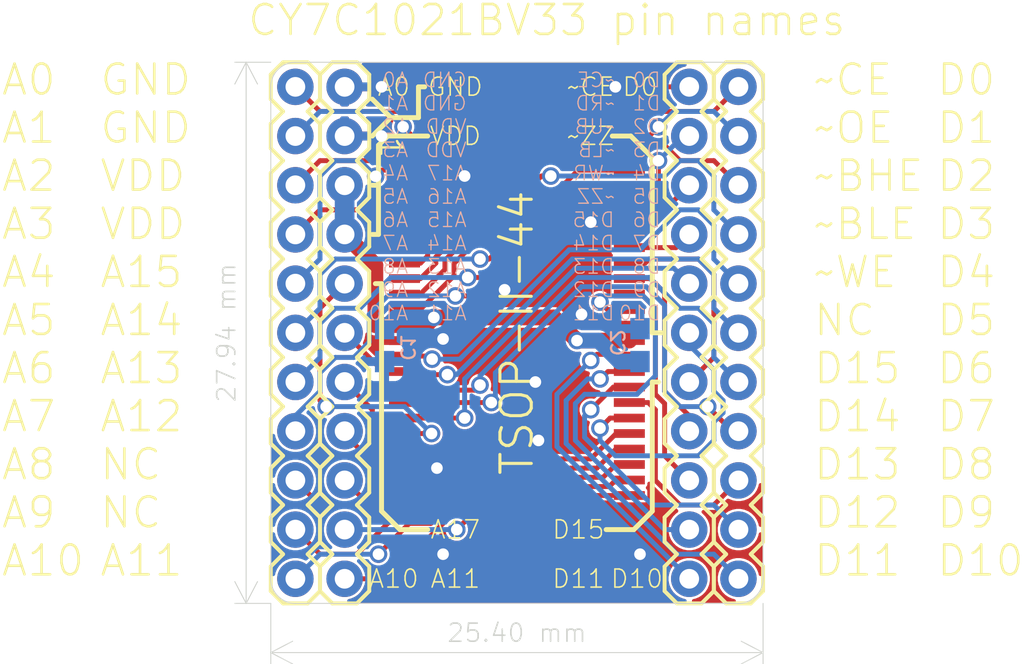
<source format=kicad_pcb>
(kicad_pcb (version 20241229) (generator "pcbnew") (generator_version "9.0")
  (layers (0 "F.Cu" signal) (2 "B.Cu" signal) (13 "F.Paste" user) (15 "B.Paste" user) (5 "F.SilkS" user "F.Silkscreen") (7 "B.SilkS" user "B.Silkscreen") (1 "F.Mask" user) (3 "B.Mask" user) (25 "Edge.Cuts" user))
  (net 0 "")
  (net 1 "GND")
  (net 2 "VDD")
  (net 3 "~{CE}")
  (net 4 "~{UB}")
  (net 5 "~{LB}")
  (net 6 "~{RD}")
  (net 7 "~{WR}")
  (net 8 "~{ZZ}")
  (net 9 "A0")
  (net 10 "A1")
  (net 11 "A2")
  (net 12 "A3")
  (net 13 "A4")
  (net 14 "A5")
  (net 15 "A6")
  (net 16 "A7")
  (net 17 "A8")
  (net 18 "A9")
  (net 19 "A10")
  (net 20 "A11")
  (net 21 "A12")
  (net 22 "A13")
  (net 23 "A14")
  (net 24 "A15")
  (net 25 "A16")
  (net 26 "A17")
  (net 27 "D0")
  (net 28 "D1")
  (net 29 "D2")
  (net 30 "D3")
  (net 31 "D4")
  (net 32 "D5")
  (net 33 "D6")
  (net 34 "D7")
  (net 35 "D8")
  (net 36 "D9")
  (net 37 "D10")
  (net 38 "D11")
  (net 39 "D12")
  (net 40 "D13")
  (net 41 "D14")
  (net 42 "D15")
  (footprint "TSOP-II-44_v3_CY7C1021BV33:1X11" (layer "F.Cu") (at 137.0711 92.3036 -90)
    (property "Reference" "LEFT_OUTER0" (hide yes))
    (property "Value" "")
    (pad "1" thru_hole circle (at 0 0) (size 1.8796 1.8796) (drill 1.016) (layers "*.Cu" "*.Mask") (net 9 "A0"))
    (pad "2" thru_hole circle (at 2.54 0) (size 1.8796 1.8796) (drill 1.016) (layers "*.Cu" "*.Mask") (net 10 "A1"))
    (pad "3" thru_hole circle (at 5.08 0) (size 1.8796 1.8796) (drill 1.016) (layers "*.Cu" "*.Mask") (net 11 "A2"))
    (pad "4" thru_hole circle (at 7.62 0) (size 1.8796 1.8796) (drill 1.016) (layers "*.Cu" "*.Mask") (net 12 "A3"))
    (pad "5" thru_hole circle (at 10.16 0) (size 1.8796 1.8796) (drill 1.016) (layers "*.Cu" "*.Mask") (net 13 "A4"))
    (pad "6" thru_hole circle (at 12.7 0) (size 1.8796 1.8796) (drill 1.016) (layers "*.Cu" "*.Mask") (net 14 "A5"))
    (pad "7" thru_hole circle (at 15.24 0) (size 1.8796 1.8796) (drill 1.016) (layers "*.Cu" "*.Mask") (net 15 "A6"))
    (pad "8" thru_hole circle (at 17.78 0) (size 1.8796 1.8796) (drill 1.016) (layers "*.Cu" "*.Mask") (net 16 "A7"))
    (pad "9" thru_hole circle (at 20.32 0) (size 1.8796 1.8796) (drill 1.016) (layers "*.Cu" "*.Mask") (net 17 "A8"))
    (pad "10" thru_hole circle (at 22.86 0) (size 1.8796 1.8796) (drill 1.016) (layers "*.Cu" "*.Mask") (net 18 "A9"))
    (pad "11" thru_hole circle (at 25.4 0) (size 1.8796 1.8796) (drill 1.016) (layers "*.Cu" "*.Mask") (net 19 "A10"))
  )
  (footprint "TSOP-II-44_v3_CY7C1021BV33:TSOPII-44" (layer "F.Cu") (at 148.5011 105.0036 -90)
    (property "Reference" "TSOP-II-44" (at 0 0 90) (layer "F.SilkS") (effects (font (size 1.61798 1.61798) (thickness 0.16002))))
    (property "Value" "")
    (fp_text user "1" (at -10.2013 7.15 270) (layer "F.SilkS") (effects (font (size 1.143 1.143) (thickness 0.127)) (justify left bottom)))
    (pad "1" smd rect (at -8.4 5.8 270) (size 0.45 1.6) (layers "F.Cu" "F.Mask" "F.Paste") (net 13 "A4"))
    (pad "2" smd rect (at -7.6 5.8 270) (size 0.45 1.6) (layers "F.Cu" "F.Mask" "F.Paste") (net 12 "A3"))
    (pad "3" smd rect (at -6.8 5.8 270) (size 0.45 1.6) (layers "F.Cu" "F.Mask" "F.Paste") (net 11 "A2"))
    (pad "4" smd rect (at -6 5.8 270) (size 0.45 1.6) (layers "F.Cu" "F.Mask" "F.Paste") (net 10 "A1"))
    (pad "5" smd rect (at -5.2 5.8 270) (size 0.45 1.6) (layers "F.Cu" "F.Mask" "F.Paste") (net 9 "A0"))
    (pad "6" smd rect (at -4.4 5.8 270) (size 0.45 1.6) (layers "F.Cu" "F.Mask" "F.Paste") (net 3 "~{CE}"))
    (pad "7" smd rect (at -3.6 5.8 270) (size 0.45 1.6) (layers "F.Cu" "F.Mask" "F.Paste") (net 27 "D0"))
    (pad "8" smd rect (at -2.8 5.8 270) (size 0.45 1.6) (layers "F.Cu" "F.Mask" "F.Paste") (net 28 "D1"))
    (pad "9" smd rect (at -2 5.8 270) (size 0.45 1.6) (layers "F.Cu" "F.Mask" "F.Paste") (net 29 "D2"))
    (pad "10" smd rect (at -1.2 5.8 270) (size 0.45 1.6) (layers "F.Cu" "F.Mask" "F.Paste") (net 30 "D3"))
    (pad "11" smd rect (at -0.4 5.8 270) (size 0.45 1.6) (layers "F.Cu" "F.Mask" "F.Paste") (net 2 "VDD"))
    (pad "12" smd rect (at 0.4 5.8 270) (size 0.45 1.6) (layers "F.Cu" "F.Mask" "F.Paste") (net 1 "GND"))
    (pad "13" smd rect (at 1.2 5.8 270) (size 0.45 1.6) (layers "F.Cu" "F.Mask" "F.Paste") (net 31 "D4"))
    (pad "14" smd rect (at 2 5.8 270) (size 0.45 1.6) (layers "F.Cu" "F.Mask" "F.Paste") (net 32 "D5"))
    (pad "15" smd rect (at 2.8 5.8 270) (size 0.45 1.6) (layers "F.Cu" "F.Mask" "F.Paste") (net 33 "D6"))
    (pad "16" smd rect (at 3.6 5.8 270) (size 0.45 1.6) (layers "F.Cu" "F.Mask" "F.Paste") (net 34 "D7"))
    (pad "17" smd rect (at 4.4 5.8 90) (size 0.45 1.6) (layers "F.Cu" "F.Mask" "F.Paste") (net 7 "~{WR}"))
    (pad "18" smd rect (at 5.2 5.8 90) (size 0.45 1.6) (layers "F.Cu" "F.Mask" "F.Paste") (net 26 "A17"))
    (pad "19" smd rect (at 6 5.8 90) (size 0.45 1.6) (layers "F.Cu" "F.Mask" "F.Paste") (net 25 "A16"))
    (pad "20" smd rect (at 6.8 5.8 90) (size 0.45 1.6) (layers "F.Cu" "F.Mask" "F.Paste") (net 24 "A15"))
    (pad "21" smd rect (at 7.6 5.8 90) (size 0.45 1.6) (layers "F.Cu" "F.Mask" "F.Paste") (net 23 "A14"))
    (pad "22" smd rect (at 8.4 5.8 90) (size 0.45 1.6) (layers "F.Cu" "F.Mask" "F.Paste") (net 22 "A13"))
    (pad "23" smd rect (at 8.4 -5.8 90) (size 0.45 1.6) (layers "F.Cu" "F.Mask" "F.Paste") (net 21 "A12"))
    (pad "24" smd rect (at 7.6 -5.8 90) (size 0.45 1.6) (layers "F.Cu" "F.Mask" "F.Paste") (net 20 "A11"))
    (pad "25" smd rect (at 6.8 -5.8 90) (size 0.45 1.6) (layers "F.Cu" "F.Mask" "F.Paste") (net 19 "A10"))
    (pad "26" smd rect (at 6 -5.8 90) (size 0.45 1.6) (layers "F.Cu" "F.Mask" "F.Paste") (net 18 "A9"))
    (pad "27" smd rect (at 5.2 -5.8 90) (size 0.45 1.6) (layers "F.Cu" "F.Mask" "F.Paste") (net 17 "A8"))
    (pad "28" smd rect (at 4.4 -5.8 90) (size 0.45 1.6) (layers "F.Cu" "F.Mask" "F.Paste") (net 8 "~{ZZ}"))
    (pad "29" smd rect (at 3.6 -5.8 90) (size 0.45 1.6) (layers "F.Cu" "F.Mask" "F.Paste") (net 35 "D8"))
    (pad "30" smd rect (at 2.8 -5.8 90) (size 0.45 1.6) (layers "F.Cu" "F.Mask" "F.Paste") (net 36 "D9"))
    (pad "31" smd rect (at 2 -5.8 90) (size 0.45 1.6) (layers "F.Cu" "F.Mask" "F.Paste") (net 37 "D10"))
    (pad "32" smd rect (at 1.2 -5.8 90) (size 0.45 1.6) (layers "F.Cu" "F.Mask" "F.Paste") (net 38 "D11"))
    (pad "33" smd rect (at 0.4 -5.8 90) (size 0.45 1.6) (layers "F.Cu" "F.Mask" "F.Paste") (net 2 "VDD"))
    (pad "34" smd rect (at -0.4 -5.8 90) (size 0.45 1.6) (layers "F.Cu" "F.Mask" "F.Paste") (net 1 "GND"))
    (pad "35" smd rect (at -1.2 -5.8 90) (size 0.45 1.6) (layers "F.Cu" "F.Mask" "F.Paste") (net 39 "D12"))
    (pad "36" smd rect (at -2 -5.8 90) (size 0.45 1.6) (layers "F.Cu" "F.Mask" "F.Paste") (net 40 "D13"))
    (pad "37" smd rect (at -2.8 -5.8 90) (size 0.45 1.6) (layers "F.Cu" "F.Mask" "F.Paste") (net 41 "D14"))
    (pad "38" smd rect (at -3.6 -5.8 90) (size 0.45 1.6) (layers "F.Cu" "F.Mask" "F.Paste") (net 42 "D15"))
    (pad "39" smd rect (at -4.4 -5.8 270) (size 0.45 1.6) (layers "F.Cu" "F.Mask" "F.Paste") (net 5 "~{LB}"))
    (pad "40" smd rect (at -5.2 -5.8 270) (size 0.45 1.6) (layers "F.Cu" "F.Mask" "F.Paste") (net 4 "~{UB}"))
    (pad "41" smd rect (at -6 -5.8 270) (size 0.45 1.6) (layers "F.Cu" "F.Mask" "F.Paste") (net 6 "~{RD}"))
    (pad "42" smd rect (at -6.8 -5.8 270) (size 0.45 1.6) (layers "F.Cu" "F.Mask" "F.Paste") (net 16 "A7"))
    (pad "43" smd rect (at -7.6 -5.8 270) (size 0.45 1.6) (layers "F.Cu" "F.Mask" "F.Paste") (net 15 "A6"))
    (pad "44" smd rect (at -8.4 -5.8 270) (size 0.45 1.6) (layers "F.Cu" "F.Mask" "F.Paste") (net 14 "A5"))
  )
  (footprint "TSOP-II-44_v3_CY7C1021BV33:1X11" (layer "F.Cu") (at 157.3911 117.7036 90)
    (property "Reference" "RIGHT_INNER0" (hide yes))
    (property "Value" "")
    (pad "1" thru_hole circle (at 0 0 180) (size 1.8796 1.8796) (drill 1.016) (layers "*.Cu" "*.Mask") (net 38 "D11"))
    (pad "2" thru_hole circle (at 2.54 0 180) (size 1.8796 1.8796) (drill 1.016) (layers "*.Cu" "*.Mask") (net 39 "D12"))
    (pad "3" thru_hole circle (at 5.08 0 180) (size 1.8796 1.8796) (drill 1.016) (layers "*.Cu" "*.Mask") (net 40 "D13"))
    (pad "4" thru_hole circle (at 7.62 0 180) (size 1.8796 1.8796) (drill 1.016) (layers "*.Cu" "*.Mask") (net 41 "D14"))
    (pad "5" thru_hole circle (at 10.16 0 180) (size 1.8796 1.8796) (drill 1.016) (layers "*.Cu" "*.Mask") (net 42 "D15"))
    (pad "6" thru_hole circle (at 12.7 0 180) (size 1.8796 1.8796) (drill 1.016) (layers "*.Cu" "*.Mask") (net 8 "~{ZZ}"))
    (pad "7" thru_hole circle (at 15.24 0 180) (size 1.8796 1.8796) (drill 1.016) (layers "*.Cu" "*.Mask") (net 7 "~{WR}"))
    (pad "8" thru_hole circle (at 17.78 0 180) (size 1.8796 1.8796) (drill 1.016) (layers "*.Cu" "*.Mask") (net 5 "~{LB}"))
    (pad "9" thru_hole circle (at 20.32 0 180) (size 1.8796 1.8796) (drill 1.016) (layers "*.Cu" "*.Mask") (net 4 "~{UB}"))
    (pad "10" thru_hole circle (at 22.86 0 180) (size 1.8796 1.8796) (drill 1.016) (layers "*.Cu" "*.Mask") (net 6 "~{RD}"))
    (pad "11" thru_hole circle (at 25.4 0 180) (size 1.8796 1.8796) (drill 1.016) (layers "*.Cu" "*.Mask") (net 3 "~{CE}"))
  )
  (footprint "TSOP-II-44_v3_CY7C1021BV33:1X11" (layer "F.Cu") (at 159.9311 117.7036 90)
    (property "Reference" "RIGHT_OUTER0" (hide yes))
    (property "Value" "")
    (pad "1" thru_hole circle (at 0 0 180) (size 1.8796 1.8796) (drill 1.016) (layers "*.Cu" "*.Mask") (net 37 "D10"))
    (pad "2" thru_hole circle (at 2.54 0 180) (size 1.8796 1.8796) (drill 1.016) (layers "*.Cu" "*.Mask") (net 36 "D9"))
    (pad "3" thru_hole circle (at 5.08 0 180) (size 1.8796 1.8796) (drill 1.016) (layers "*.Cu" "*.Mask") (net 35 "D8"))
    (pad "4" thru_hole circle (at 7.62 0 180) (size 1.8796 1.8796) (drill 1.016) (layers "*.Cu" "*.Mask") (net 34 "D7"))
    (pad "5" thru_hole circle (at 10.16 0 180) (size 1.8796 1.8796) (drill 1.016) (layers "*.Cu" "*.Mask") (net 33 "D6"))
    (pad "6" thru_hole circle (at 12.7 0 180) (size 1.8796 1.8796) (drill 1.016) (layers "*.Cu" "*.Mask") (net 32 "D5"))
    (pad "7" thru_hole circle (at 15.24 0 180) (size 1.8796 1.8796) (drill 1.016) (layers "*.Cu" "*.Mask") (net 31 "D4"))
    (pad "8" thru_hole circle (at 17.78 0 180) (size 1.8796 1.8796) (drill 1.016) (layers "*.Cu" "*.Mask") (net 30 "D3"))
    (pad "9" thru_hole circle (at 20.32 0 180) (size 1.8796 1.8796) (drill 1.016) (layers "*.Cu" "*.Mask") (net 29 "D2"))
    (pad "10" thru_hole circle (at 22.86 0 180) (size 1.8796 1.8796) (drill 1.016) (layers "*.Cu" "*.Mask") (net 28 "D1"))
    (pad "11" thru_hole circle (at 25.4 0 180) (size 1.8796 1.8796) (drill 1.016) (layers "*.Cu" "*.Mask") (net 27 "D0"))
  )
  (footprint "TSOP-II-44_v3_CY7C1021BV33:1X11" (layer "F.Cu") (at 139.6111 92.3036 -90)
    (property "Reference" "LEFT_INNER0" (hide yes))
    (property "Value" "")
    (pad "1" thru_hole circle (at 0 0) (size 1.8796 1.8796) (drill 1.016) (layers "*.Cu" "*.Mask") (net 1 "GND"))
    (pad "2" thru_hole circle (at 2.54 0) (size 1.8796 1.8796) (drill 1.016) (layers "*.Cu" "*.Mask") (net 1 "GND"))
    (pad "3" thru_hole circle (at 5.08 0) (size 1.8796 1.8796) (drill 1.016) (layers "*.Cu" "*.Mask") (net 2 "VDD"))
    (pad "4" thru_hole circle (at 7.62 0) (size 1.8796 1.8796) (drill 1.016) (layers "*.Cu" "*.Mask") (net 2 "VDD"))
    (pad "5" thru_hole circle (at 10.16 0) (size 1.8796 1.8796) (drill 1.016) (layers "*.Cu" "*.Mask") (net 26 "A17"))
    (pad "6" thru_hole circle (at 12.7 0) (size 1.8796 1.8796) (drill 1.016) (layers "*.Cu" "*.Mask") (net 25 "A16"))
    (pad "7" thru_hole circle (at 15.24 0) (size 1.8796 1.8796) (drill 1.016) (layers "*.Cu" "*.Mask") (net 24 "A15"))
    (pad "8" thru_hole circle (at 17.78 0) (size 1.8796 1.8796) (drill 1.016) (layers "*.Cu" "*.Mask") (net 23 "A14"))
    (pad "9" thru_hole circle (at 20.32 0) (size 1.8796 1.8796) (drill 1.016) (layers "*.Cu" "*.Mask") (net 22 "A13"))
    (pad "10" thru_hole circle (at 22.86 0) (size 1.8796 1.8796) (drill 1.016) (layers "*.Cu" "*.Mask") (net 21 "A12"))
    (pad "11" thru_hole circle (at 25.4 0) (size 1.8796 1.8796) (drill 1.016) (layers "*.Cu" "*.Mask") (net 20 "A11"))
  )
  (footprint "TSOP-II-44_v3_CY7C1021BV33:C603" (layer "B.Cu") (at 141.67485 105.6386 -90)
    (property "Reference" "C1" (at -0.635 -1.5875 -90) (layer "B.SilkS") (effects (font (size 0.6985 0.6985) (thickness 0.1143)) (justify right top mirror)))
    (property "Value" "")
    (pad "1" smd rect (at -0.85 0 270) (size 1.1 1) (layers "B.Cu" "B.Mask" "B.Paste") (net 2 "VDD"))
    (pad "2" smd rect (at 0.85 0 270) (size 1.1 1) (layers "B.Cu" "B.Mask" "B.Paste") (net 1 "GND"))
  )
  (footprint "TSOP-II-44_v3_CY7C1021BV33:C603" (layer "B.Cu") (at 154.8511 105.6386 90)
    (property "Reference" "C2" (at -0.635 -1.5875 -90) (layer "B.SilkS") (effects (font (size 0.6985 0.6985) (thickness 0.1143)) (justify left bottom mirror)))
    (property "Value" "")
    (pad "1" smd rect (at -0.85 0 90) (size 1.1 1) (layers "B.Cu" "B.Mask" "B.Paste") (net 2 "VDD"))
    (pad "2" smd rect (at 0.85 0 90) (size 1.1 1) (layers "B.Cu" "B.Mask" "B.Paste") (net 1 "GND"))
  )
  (gr_line (start 154.37485 94.8436) (end 153.42235 94.8436) (stroke (width 0.254)) (layer "F.SilkS"))
  (gr_line (start 141.35735 97.3836) (end 141.35735 95.31985) (stroke (width 0.254)) (layer "F.SilkS"))
  (gr_line (start 154.5336 115.1636) (end 155.4861 114.2111) (stroke (width 0.254)) (layer "F.SilkS"))
  (gr_line (start 141.03985 97.3836) (end 141.35735 97.3836) (stroke (width 0.254)) (layer "F.SilkS"))
  (gr_line (start 155.4861 114.2111) (end 155.4861 107.5436) (stroke (width 0.254)) (layer "F.SilkS"))
  (gr_line (start 141.03985 94.8436) (end 141.99235 93.8911) (stroke (width 0.254)) (layer "F.SilkS"))
  (gr_line (start 141.99235 93.8911) (end 143.4211 93.8911) (stroke (width 0.254)) (layer "F.SilkS"))
  (gr_line (start 141.03985 92.9386) (end 141.99235 93.8911) (stroke (width 0.254)) (layer "F.SilkS"))
  (gr_line (start 141.5161 114.2111) (end 141.5161 102.4636) (stroke (width 0.254)) (layer "F.SilkS"))
  (gr_line (start 143.4211 93.8911) (end 143.4211 92.3036) (stroke (width 0.254)) (layer "F.SilkS"))
  (gr_line (start 155.96235 105.0036) (end 155.4861 105.0036) (stroke (width 0.254)) (layer "F.SilkS"))
  (gr_line (start 142.4686 115.1636) (end 141.5161 114.2111) (stroke (width 0.254)) (layer "F.SilkS"))
  (gr_line (start 155.4861 105.0036) (end 155.4861 95.95485) (stroke (width 0.254)) (layer "F.SilkS"))
  (gr_line (start 141.5161 102.4636) (end 141.1986 102.4636) (stroke (width 0.254)) (layer "F.SilkS"))
  (gr_line (start 141.35735 95.31985) (end 141.8336 94.8436) (stroke (width 0.254)) (layer "F.SilkS"))
  (gr_line (start 141.35735 99.9236) (end 141.35735 97.3836) (stroke (width 0.254)) (layer "F.SilkS"))
  (gr_line (start 141.8336 94.8436) (end 143.89735 94.8436) (stroke (width 0.254)) (layer "F.SilkS"))
  (gr_line (start 141.03985 99.9236) (end 141.35735 99.9236) (stroke (width 0.254)) (layer "F.SilkS"))
  (gr_line (start 153.10485 115.1636) (end 154.5336 115.1636) (stroke (width 0.254)) (layer "F.SilkS"))
  (gr_line (start 155.4861 107.5436) (end 155.8036 107.5436) (stroke (width 0.254)) (layer "F.SilkS"))
  (gr_line (start 143.4211 92.3036) (end 143.7386 92.3036) (stroke (width 0.254)) (layer "F.SilkS"))
  (gr_line (start 143.89735 115.1636) (end 142.4686 115.1636) (stroke (width 0.254)) (layer "F.SilkS"))
  (gr_line (start 155.4861 95.95485) (end 154.37485 94.8436) (stroke (width 0.254)) (layer "F.SilkS"))
  (gr_arc (start 137.0711 118.9736) (mid 136.173074 118.601626) (end 135.8011 117.7036) (stroke (width 0.05)) (layer "Edge.Cuts"))
  (gr_line (start 159.9311 91.0336) (end 137.0711 91.0336) (stroke (width 0.05)) (layer "Edge.Cuts"))
  (gr_line (start 137.0711 118.9736) (end 159.9311 118.9736) (stroke (width 0.05)) (layer "Edge.Cuts"))
  (gr_line (start 135.8011 92.3036) (end 135.8011 117.7036) (stroke (width 0.05)) (layer "Edge.Cuts"))
  (gr_arc (start 159.9311 91.0336) (mid 160.829126 91.405574) (end 161.2011 92.3036) (stroke (width 0.05)) (layer "Edge.Cuts"))
  (gr_arc (start 161.2011 117.7036) (mid 160.829126 118.601626) (end 159.9311 118.9736) (stroke (width 0.05)) (layer "Edge.Cuts"))
  (gr_line (start 161.2011 117.7036) (end 161.2011 92.3036) (stroke (width 0.05)) (layer "Edge.Cuts"))
  (gr_arc (start 135.8011 92.3036) (mid 136.173074 91.405574) (end 137.0711 91.0336) (stroke (width 0.05)) (layer "Edge.Cuts"))
  (gr_text "~CE" (at 152.3111 92.3036 0) (layer "F.SilkS") (effects (font (size 0.93472 0.93472) (thickness 0.08128))))
  (gr_text "A0" (at 142.1511 92.3036 0) (layer "F.SilkS") (effects (font (size 0.93472 0.93472) (thickness 0.08128))))
  (gr_text "~CE\n~OE\n~BHE\n~BLE\n~WE\nNC\nD15\nD14\nD13\nD12\nD11" (at 163.7411 91.0336 0) (layer "F.SilkS") (effects (font (size 1.542288 1.542288) (thickness 0.134112)) (justify left top)))
  (gr_text "GND\nGND\nVDD\nVDD\nA15\nA14\nA13\nA12\nNC\nNC\nA11" (at 126.9111 91.0336 0) (layer "F.SilkS") (effects (font (size 1.542288 1.542288) (thickness 0.134112)) (justify left top)))
  (gr_text "D11" (at 151.6761 117.7036 0) (layer "F.SilkS") (effects (font (size 0.93472 0.93472) (thickness 0.08128))))
  (gr_text "~ZZ" (at 152.3111 94.8436 0) (layer "F.SilkS") (effects (font (size 0.93472 0.93472) (thickness 0.08128))))
  (gr_text "VDD" (at 145.3261 94.8436 0) (layer "F.SilkS") (effects (font (size 0.93472 0.93472) (thickness 0.08128))))
  (gr_text "D0" (at 154.8511 92.3036 0) (layer "F.SilkS") (effects (font (size 0.93472 0.93472) (thickness 0.08128))))
  (gr_text "D15" (at 151.6761 115.1636 0) (layer "F.SilkS") (effects (font (size 0.93472 0.93472) (thickness 0.08128))))
  (gr_text "A10" (at 142.1511 117.7036 0) (layer "F.SilkS") (effects (font (size 0.93472 0.93472) (thickness 0.08128))))
  (gr_text "CY7C1021BV33 pin names" (at 134.5311 89.7636 0) (layer "F.SilkS") (effects (font (size 1.542288 1.542288) (thickness 0.134112)) (justify left bottom)))
  (gr_text "A0\nA1\nA2\nA3\nA4\nA5\nA6\nA7\nA8\nA9\nA10" (at 121.8311 91.0336 0) (layer "F.SilkS") (effects (font (size 1.542288 1.542288) (thickness 0.134112)) (justify left top)))
  (gr_text "D0\nD1\nD2\nD3\nD4\nD5\nD6\nD7\nD8\nD9\nD10" (at 170.0911 91.0336 0) (layer "F.SilkS") (effects (font (size 1.542288 1.542288) (thickness 0.134112)) (justify left top)))
  (gr_text "GND" (at 145.3261 92.3036 0) (layer "F.SilkS") (effects (font (size 0.93472 0.93472) (thickness 0.08128))))
  (gr_text "A11" (at 145.3261 117.7036 0) (layer "F.SilkS") (effects (font (size 0.93472 0.93472) (thickness 0.08128))))
  (gr_text "A17" (at 145.3261 115.1636 0) (layer "F.SilkS") (effects (font (size 0.93472 0.93472) (thickness 0.08128))))
  (gr_text "D10" (at 154.69235 117.7036 0) (layer "F.SilkS") (effects (font (size 0.93472 0.93472) (thickness 0.08128))))
  (gr_text "GND\nGND\nVDD\nVDD\nA17\nA16\nA15\nA14\nA13\nA12\nA11" (at 145.9611 91.50985 -0) (layer "B.SilkS") (effects (font (size 0.747776 0.747776) (thickness 0.065024)) (justify left top mirror)))
  (gr_text "A0\nA1\nA2\nA3\nA4\nA5\nA6\nA7\nA8\nA9\nA10" (at 142.94485 91.50985 -0) (layer "B.SilkS") (effects (font (size 0.747776 0.747776) (thickness 0.065024)) (justify left top mirror)))
  (gr_text "D0\nD1\nD2\nD3\nD4\nD5\nD6\nD7\nD8\nD9\nD10" (at 155.96235 91.50985 -0) (layer "B.SilkS") (effects (font (size 0.747776 0.747776) (thickness 0.065024)) (justify left top mirror)))
  (gr_text "~CE\n~RD\n~UB\n~LB\n~WR\n~ZZ\nD15\nD14\nD13\nD12\nD11" (at 153.5811 91.50985 -0) (layer "B.SilkS") (effects (font (size 0.747776 0.747776) (thickness 0.065024)) (justify left top mirror)))
  (dimension (type aligned) (layer "Edge.Cuts") (pts (xy 135.8011 118.9736) (xy 135.8011 91.0336)) (height -1.27) (format (prefix "") (suffix "") (units 2) (units_format 1) (precision 2)) (style (thickness 0.05) (arrow_length 1.27) (text_position_mode 0) (arrow_direction outward) (extension_height 0.58642) (extension_offset 0) (keep_text_aligned yes)) (gr_text "27.94 mm" (at 133.5151 105.0036 90) (layer "Edge.Cuts") (effects (font (size 0.93472 0.93472) (thickness 0.08128)))))
  (dimension (type aligned) (layer "Edge.Cuts") (pts (xy 135.8011 118.9736) (xy 161.2011 118.9736)) (height 2.54) (format (prefix "") (suffix "") (units 2) (units_format 1) (precision 2)) (style (thickness 0.05) (arrow_length 1.27) (text_position_mode 0) (arrow_direction outward) (extension_height 0.58642) (extension_offset 0) (keep_text_aligned yes)) (gr_text "25.40 mm" (at 148.5011 120.4976 0) (layer "Edge.Cuts") (effects (font (size 0.93472 0.93472) (thickness 0.08128)))))
  (via (at 154.8511 116.4336) (size 0.9048) (drill 0.6) (layers "F.Cu" "B.Cu") (net 1))
  (via (at 149.61235 110.55985) (size 0.9048) (drill 0.6) (layers "F.Cu" "B.Cu") (net 1))
  (via (at 145.80235 96.90735) (size 0.9048) (drill 0.6) (layers "F.Cu" "B.Cu") (net 1))
  (via (at 153.5811 92.3036) (size 0.9048) (drill 0.6) (layers "F.Cu" "B.Cu") (net 1))
  (via (at 149.4536 107.5436) (size 0.9048) (drill 0.6) (layers "F.Cu" "B.Cu") (net 1))
  (via (at 152.3111 99.2886) (size 0.9048) (drill 0.6) (layers "F.Cu" "B.Cu") (net 1))
  (via (at 147.8661 102.7811) (size 0.9048) (drill 0.6) (layers "F.Cu" "B.Cu") (net 1))
  (via (at 141.5161 92.3036) (size 0.9048) (drill 0.6) (layers "F.Cu" "B.Cu") (net 1))
  (via (at 144.3736 111.9886) (size 0.9048) (drill 0.6) (layers "F.Cu" "B.Cu") (net 1))
  (via (at 141.5161 94.8436) (size 0.9048) (drill 0.6) (layers "F.Cu" "B.Cu") (net 1))
  (via (at 144.6911 105.3211) (size 0.9048) (drill 0.6) (layers "F.Cu" "B.Cu") (net 1))
  (via (at 151.83485 104.0511) (size 0.9048) (drill 0.6) (layers "F.Cu" "B.Cu") (net 1))
  (via (at 144.6911 116.4336) (size 0.9048) (drill 0.6) (layers "F.Cu" "B.Cu") (net 1))
  (segment (start 143.8211 104.6036) (end 144.21485 104.20985) (width 0.8128) (layer "F.Cu") (net 2))
  (segment (start 144.21485 104.20985) (end 150.4061 104.20985) (width 0.8128) (layer "F.Cu") (net 2))
  (segment (start 142.7011 104.6036) (end 143.8211 104.6036) (width 0.8128) (layer "F.Cu") (net 2))
  (segment (start 141.1986 104.6036) (end 141.1986 101.5111) (width 0.8128) (layer "F.Cu") (net 2))
  (segment (start 141.1986 104.6036) (end 142.7011 104.6036) (width 0.8128) (layer "F.Cu") (net 2))
  (segment (start 150.4061 104.20985) (end 151.59985 105.4036) (width 0.8128) (layer "F.Cu") (net 2))
  (segment (start 141.1986 101.5111) (end 139.6111 99.9236) (width 0.8128) (layer "F.Cu") (net 2))
  (segment (start 154.3011 105.4036) (end 151.59985 105.4036) (width 0.8128) (layer "F.Cu") (net 2))
  (via (at 151.59985 105.4036) (size 0.9048) (drill 0.6) (layers "F.Cu" "B.Cu") (net 2))
  (via (at 144.21485 104.20985) (size 0.9048) (drill 0.6) (layers "F.Cu" "B.Cu") (net 2))
  (segment (start 153.7961 106.4886) (end 152.7111 105.4036) (width 0.8128) (layer "B.Cu") (net 2))
  (segment (start 154.8511 106.4886) (end 153.7961 106.4886) (width 0.8128) (layer "B.Cu") (net 2))
  (segment (start 141.67485 104.7886) (end 142.2536 104.20985) (width 0.8128) (layer "B.Cu") (net 2))
  (segment (start 142.2536 104.20985) (end 144.21485 104.20985) (width 0.8128) (layer "B.Cu") (net 2))
  (segment (start 152.7111 105.4036) (end 151.59985 105.4036) (width 0.8128) (layer "B.Cu") (net 2))
  (segment (start 139.6111 97.3836) (end 139.6111 99.9236) (width 1.016) (layer "B.Cu") (net 2))
  (segment (start 143.53485 100.6036) (end 150.24735 93.8911) (width 0.254) (layer "F.Cu") (net 3))
  (segment (start 156.1211 92.3036) (end 157.3911 92.3036) (width 0.254) (layer "F.Cu") (net 3))
  (segment (start 154.5336 93.8911) (end 156.1211 92.3036) (width 0.254) (layer "F.Cu") (net 3))
  (segment (start 142.7011 100.6036) (end 143.53485 100.6036) (width 0.254) (layer "F.Cu") (net 3))
  (segment (start 150.24735 93.8911) (end 154.5336 93.8911) (width 0.254) (layer "F.Cu") (net 3))
  (segment (start 154.9711 99.8036) (end 157.3911 97.3836) (width 0.254) (layer "F.Cu") (net 4))
  (segment (start 154.3011 99.8036) (end 154.9711 99.8036) (width 0.254) (layer "F.Cu") (net 4))
  (segment (start 154.3011 100.6036) (end 156.7111 100.6036) (width 0.254) (layer "F.Cu") (net 5))
  (segment (start 156.7111 100.6036) (end 157.3911 99.9236) (width 0.254) (layer "F.Cu") (net 5))
  (segment (start 154.3011 99.0036) (end 155.1361 99.0036) (width 0.254) (layer "F.Cu") (net 6))
  (segment (start 155.8036 98.3361) (end 155.8036 96.1136) (width 0.254) (layer "F.Cu") (net 6))
  (segment (start 155.1361 99.0036) (end 155.8036 98.3361) (width 0.254) (layer "F.Cu") (net 6))
  (via (at 155.8036 96.1136) (size 0.9048) (drill 0.6) (layers "F.Cu" "B.Cu") (net 6))
  (segment (start 157.0736 94.8436) (end 157.3911 94.8436) (width 0.254) (layer "B.Cu") (net 6))
  (segment (start 155.8036 96.1136) (end 157.0736 94.8436) (width 0.254) (layer "B.Cu") (net 6))
  (segment (start 145.80235 109.4036) (end 142.7011 109.4036) (width 0.254) (layer "F.Cu") (net 7))
  (via (at 145.80235 109.4036) (size 0.9048) (drill 0.6) (layers "F.Cu" "B.Cu") (net 7))
  (segment (start 156.59735 101.66985) (end 157.3911 102.4636) (width 0.254) (layer "B.Cu") (net 7))
  (segment (start 151.51735 101.66985) (end 145.80235 107.38485) (width 0.254) (layer "B.Cu") (net 7))
  (segment (start 151.51735 101.66985) (end 156.59735 101.66985) (width 0.254) (layer "B.Cu") (net 7))
  (segment (start 145.80235 107.38485) (end 145.80235 109.4036) (width 0.254) (layer "B.Cu") (net 7))
  (segment (start 154.3011 109.4036) (end 153.3086 109.4036) (width 0.254) (layer "F.Cu") (net 8))
  (segment (start 153.3086 109.4036) (end 152.78735 109.92485) (width 0.254) (layer "F.Cu") (net 8))
  (via (at 152.78735 109.92485) (size 0.9048) (drill 0.6) (layers "F.Cu" "B.Cu") (net 8))
  (segment (start 159.13735 108.4961) (end 159.13735 109.1311) (width 0.254) (layer "B.Cu") (net 8))
  (segment (start 152.78735 110.55985) (end 152.78735 109.92485) (width 0.254) (layer "B.Cu") (net 8))
  (segment (start 158.6611 106.9086) (end 158.6611 108.01985) (width 0.254) (layer "B.Cu") (net 8))
  (segment (start 158.6611 109.60735) (end 158.6611 110.55985) (width 0.254) (layer "B.Cu") (net 8))
  (segment (start 157.86735 111.3536) (end 153.5811 111.3536) (width 0.254) (layer "B.Cu") (net 8))
  (segment (start 153.5811 111.3536) (end 152.78735 110.55985) (width 0.254) (layer "B.Cu") (net 8))
  (segment (start 157.3911 105.0036) (end 157.3911 105.6386) (width 0.254) (layer "B.Cu") (net 8))
  (segment (start 158.6611 108.01985) (end 159.13735 108.4961) (width 0.254) (layer "B.Cu") (net 8))
  (segment (start 157.3911 105.6386) (end 158.6611 106.9086) (width 0.254) (layer "B.Cu") (net 8))
  (segment (start 158.6611 110.55985) (end 157.86735 111.3536) (width 0.254) (layer "B.Cu") (net 8))
  (segment (start 159.13735 109.1311) (end 158.6611 109.60735) (width 0.254) (layer "B.Cu") (net 8))
  (segment (start 138.3411 93.5736) (end 137.0711 92.3036) (width 0.254) (layer "F.Cu") (net 9))
  (segment (start 142.94485 93.5736) (end 138.3411 93.5736) (width 0.254) (layer "F.Cu") (net 9))
  (segment (start 144.84985 95.4786) (end 144.84985 98.49485) (width 0.254) (layer "F.Cu") (net 9))
  (segment (start 143.5411 99.8036) (end 144.84985 98.49485) (width 0.254) (layer "F.Cu") (net 9))
  (segment (start 142.7011 99.8036) (end 143.5411 99.8036) (width 0.254) (layer "F.Cu") (net 9))
  (segment (start 142.94485 93.5736) (end 144.84985 95.4786) (width 0.254) (layer "F.Cu") (net 9))
  (segment (start 143.7061 99.0036) (end 144.3736 98.3361) (width 0.254) (layer "F.Cu") (net 10))
  (segment (start 142.7011 99.0036) (end 143.7061 99.0036) (width 0.254) (layer "F.Cu") (net 10))
  (segment (start 144.3736 98.3361) (end 144.3736 96.1136) (width 0.254) (layer "F.Cu") (net 10))
  (segment (start 144.3736 96.1136) (end 142.62735 94.36735) (width 0.254) (layer "F.Cu") (net 10))
  (via (at 142.62735 94.36735) (size 0.9048) (drill 0.6) (layers "F.Cu" "B.Cu") (net 10))
  (segment (start 138.3411 93.5736) (end 137.0711 94.8436) (width 0.254) (layer "B.Cu") (net 10))
  (segment (start 142.62735 94.36735) (end 141.8336 93.5736) (width 0.254) (layer "B.Cu") (net 10))
  (segment (start 141.8336 93.5736) (end 138.3411 93.5736) (width 0.254) (layer "B.Cu") (net 10))
  (segment (start 142.7011 98.2036) (end 143.71235 98.2036) (width 0.254) (layer "F.Cu") (net 11))
  (segment (start 138.3411 96.1136) (end 143.7386 96.1136) (width 0.254) (layer "F.Cu") (net 11))
  (segment (start 143.71235 98.2036) (end 143.89735 98.0186) (width 0.254) (layer "F.Cu") (net 11))
  (segment (start 137.0711 97.3836) (end 138.3411 96.1136) (width 0.254) (layer "F.Cu") (net 11))
  (segment (start 143.7386 96.1136) (end 143.89735 96.27235) (width 0.254) (layer "F.Cu") (net 11))
  (segment (start 143.89735 98.0186) (end 143.89735 96.27235) (width 0.254) (layer "F.Cu") (net 11))
  (segment (start 142.7011 97.4036) (end 141.97235 97.4036) (width 0.254) (layer "F.Cu") (net 12))
  (segment (start 138.3411 98.6536) (end 140.72235 98.6536) (width 0.254) (layer "F.Cu") (net 12))
  (segment (start 137.0711 99.9236) (end 138.3411 98.6536) (width 0.254) (layer "F.Cu") (net 12))
  (segment (start 141.97235 97.4036) (end 140.72235 98.6536) (width 0.254) (layer "F.Cu") (net 12))
  (segment (start 142.7011 96.6036) (end 141.52985 96.6036) (width 0.254) (layer "F.Cu") (net 13))
  (segment (start 141.52985 96.6036) (end 141.21235 96.9211) (width 0.254) (layer "F.Cu") (net 13))
  (via (at 141.21235 96.9211) (size 0.9048) (drill 0.6) (layers "F.Cu" "B.Cu") (net 13))
  (segment (start 138.3411 101.1936) (end 138.3411 96.90735) (width 0.254) (layer "B.Cu") (net 13))
  (segment (start 137.0711 102.4636) (end 138.3411 101.1936) (width 0.254) (layer "B.Cu") (net 13))
  (segment (start 139.13485 96.1136) (end 140.40485 96.1136) (width 0.254) (layer "B.Cu") (net 13))
  (segment (start 140.40485 96.1136) (end 141.21235 96.9211) (width 0.254) (layer "B.Cu") (net 13))
  (segment (start 138.3411 96.90735) (end 139.13485 96.1136) (width 0.254) (layer "B.Cu") (net 13))
  (segment (start 151.66235 96.6036) (end 147.07235 101.1936) (width 0.254) (layer "F.Cu") (net 14))
  (segment (start 147.07235 101.1936) (end 146.5961 101.1936) (width 0.254) (layer "F.Cu") (net 14))
  (segment (start 151.66235 96.6036) (end 154.3011 96.6036) (width 0.254) (layer "F.Cu") (net 14))
  (via (at 146.5961 101.1936) (size 0.9048) (drill 0.6) (layers "F.Cu" "B.Cu") (net 14))
  (segment (start 139.13485 101.1936) (end 146.5961 101.1936) (width 0.254) (layer "B.Cu") (net 14))
  (segment (start 138.3411 101.98735) (end 139.13485 101.1936) (width 0.254) (layer "B.Cu") (net 14))
  (segment (start 138.3411 103.7336) (end 138.3411 101.98735) (width 0.254) (layer "B.Cu") (net 14))
  (segment (start 137.0711 105.0036) (end 138.3411 103.7336) (width 0.254) (layer "B.Cu") (net 14))
  (segment (start 151.49735 97.4036) (end 146.75485 102.1461) (width 0.254) (layer "F.Cu") (net 15))
  (segment (start 151.49735 97.4036) (end 154.3011 97.4036) (width 0.254) (layer "F.Cu") (net 15))
  (segment (start 146.75485 102.1461) (end 145.9611 102.1461) (width 0.254) (layer "F.Cu") (net 15))
  (via (at 145.9611 102.1461) (size 0.9048) (drill 0.6) (layers "F.Cu" "B.Cu") (net 15))
  (segment (start 138.3411 106.2736) (end 138.3411 104.52735) (width 0.254) (layer "B.Cu") (net 15))
  (segment (start 139.13485 103.7336) (end 140.40485 103.7336) (width 0.254) (layer "B.Cu") (net 15))
  (segment (start 140.40485 103.7336) (end 141.99235 102.1461) (width 0.254) (layer "B.Cu") (net 15))
  (segment (start 141.99235 102.1461) (end 145.9611 102.1461) (width 0.254) (layer "B.Cu") (net 15))
  (segment (start 137.0711 107.5436) (end 138.3411 106.2736) (width 0.254) (layer "B.Cu") (net 15))
  (segment (start 138.3411 104.52735) (end 139.13485 103.7336) (width 0.254) (layer "B.Cu") (net 15))
  (segment (start 146.43735 103.0986) (end 145.3261 103.0986) (width 0.254) (layer "F.Cu") (net 16))
  (segment (start 151.33235 98.2036) (end 154.3011 98.2036) (width 0.254) (layer "F.Cu") (net 16))
  (segment (start 151.33235 98.2036) (end 146.43735 103.0986) (width 0.254) (layer "F.Cu") (net 16))
  (via (at 145.3261 103.0986) (size 0.9048) (drill 0.6) (layers "F.Cu" "B.Cu") (net 16))
  (segment (start 141.8336 103.0986) (end 145.3261 103.0986) (width 0.254) (layer "B.Cu") (net 16))
  (segment (start 139.13485 106.2736) (end 140.08735 106.2736) (width 0.254) (layer "B.Cu") (net 16))
  (segment (start 138.3411 108.01985) (end 137.0711 109.28985) (width 0.254) (layer "B.Cu") (net 16))
  (segment (start 140.8811 104.0511) (end 141.8336 103.0986) (width 0.254) (layer "B.Cu") (net 16))
  (segment (start 138.3411 107.06735) (end 139.13485 106.2736) (width 0.254) (layer "B.Cu") (net 16))
  (segment (start 140.8811 105.47985) (end 140.8811 104.0511) (width 0.254) (layer "B.Cu") (net 16))
  (segment (start 137.0711 109.28985) (end 137.0711 110.0836) (width 0.254) (layer "B.Cu") (net 16))
  (segment (start 138.3411 107.06735) (end 138.3411 108.01985) (width 0.254) (layer "B.Cu") (net 16))
  (segment (start 140.08735 106.2736) (end 140.8811 105.47985) (width 0.254) (layer "B.Cu") (net 16))
  (segment (start 138.3411 113.8936) (end 137.0711 112.6236) (width 0.254) (layer "F.Cu") (net 17))
  (segment (start 143.7386 113.8936) (end 138.3411 113.8936) (width 0.254) (layer "F.Cu") (net 17))
  (segment (start 152.3111 111.51235) (end 146.11985 111.51235) (width 0.254) (layer "F.Cu") (net 17))
  (segment (start 153.61985 110.2036) (end 152.3111 111.51235) (width 0.254) (layer "F.Cu") (net 17))
  (segment (start 146.11985 111.51235) (end 143.7386 113.8936) (width 0.254) (layer "F.Cu") (net 17))
  (segment (start 154.3011 110.2036) (end 153.61985 110.2036) (width 0.254) (layer "F.Cu") (net 17))
  (segment (start 140.2461 116.4336) (end 138.3411 116.4336) (width 0.254) (layer "F.Cu") (net 18))
  (segment (start 146.2786 111.9886) (end 143.89735 114.36985) (width 0.254) (layer "F.Cu") (net 18))
  (segment (start 152.6286 111.9886) (end 146.2786 111.9886) (width 0.254) (layer "F.Cu") (net 18))
  (segment (start 154.3011 111.0036) (end 153.6136 111.0036) (width 0.254) (layer "F.Cu") (net 18))
  (segment (start 143.89735 114.36985) (end 142.30985 114.36985) (width 0.254) (layer "F.Cu") (net 18))
  (segment (start 142.30985 114.36985) (end 140.2461 116.4336) (width 0.254) (layer "F.Cu") (net 18))
  (segment (start 153.6136 111.0036) (end 152.6286 111.9886) (width 0.254) (layer "F.Cu") (net 18))
  (segment (start 138.3411 116.4336) (end 137.0711 115.1636) (width 0.254) (layer "F.Cu") (net 18))
  (segment (start 154.3011 111.8036) (end 153.60735 111.8036) (width 0.254) (layer "F.Cu") (net 19))
  (segment (start 144.0561 114.8461) (end 142.94485 114.8461) (width 0.254) (layer "F.Cu") (net 19))
  (segment (start 146.43735 112.46485) (end 144.0561 114.8461) (width 0.254) (layer "F.Cu") (net 19))
  (segment (start 142.94485 114.8461) (end 141.35735 116.4336) (width 0.254) (layer "F.Cu") (net 19))
  (segment (start 152.9461 112.46485) (end 146.43735 112.46485) (width 0.254) (layer "F.Cu") (net 19))
  (segment (start 153.60735 111.8036) (end 152.9461 112.46485) (width 0.254) (layer "F.Cu") (net 19))
  (via (at 141.35735 116.4336) (size 0.9048) (drill 0.6) (layers "F.Cu" "B.Cu") (net 19))
  (segment (start 141.35735 116.4336) (end 138.3411 116.4336) (width 0.254) (layer "B.Cu") (net 19))
  (segment (start 138.3411 116.4336) (end 137.0711 117.7036) (width 0.254) (layer "B.Cu") (net 19))
  (segment (start 154.2811 112.6236) (end 154.3011 112.6036) (width 0.254) (layer "F.Cu") (net 20))
  (segment (start 153.6011 112.6036) (end 153.2636 112.9411) (width 0.254) (layer "F.Cu") (net 20))
  (segment (start 141.8336 117.7036) (end 146.5961 112.9411) (width 0.254) (layer "F.Cu") (net 20))
  (segment (start 139.6111 117.7036) (end 141.8336 117.7036) (width 0.254) (layer "F.Cu") (net 20))
  (segment (start 154.3011 112.6036) (end 153.6011 112.6036) (width 0.254) (layer "F.Cu") (net 20))
  (segment (start 146.5961 112.9411) (end 153.2636 112.9411) (width 0.254) (layer "F.Cu") (net 20))
  (segment (start 147.15735 113.4036) (end 145.39735 115.1636) (width 0.254) (layer "F.Cu") (net 21))
  (segment (start 154.3011 113.4036) (end 147.15735 113.4036) (width 0.254) (layer "F.Cu") (net 21))
  (via (at 145.39735 115.1636) (size 0.9048) (drill 0.6) (layers "F.Cu" "B.Cu") (net 21))
  (segment (start 145.39735 115.1636) (end 139.6111 115.1636) (width 0.254) (layer "B.Cu") (net 21))
  (segment (start 142.7011 113.4036) (end 140.3911 113.4036) (width 0.254) (layer "F.Cu") (net 22))
  (segment (start 140.3911 113.4036) (end 139.6111 112.6236) (width 0.254) (layer "F.Cu") (net 22))
  (segment (start 139.6111 110.24235) (end 139.6111 110.0836) (width 0.254) (layer "F.Cu") (net 23))
  (segment (start 141.97235 112.6036) (end 139.6111 110.24235) (width 0.254) (layer "F.Cu") (net 23))
  (segment (start 142.7011 112.6036) (end 141.97235 112.6036) (width 0.254) (layer "F.Cu") (net 23))
  (segment (start 141.03985 108.97235) (end 139.6111 107.5436) (width 0.254) (layer "F.Cu") (net 24))
  (segment (start 141.03985 111.0361) (end 141.03985 108.97235) (width 0.254) (layer "F.Cu") (net 24))
  (segment (start 141.80735 111.8036) (end 141.03985 111.0361) (width 0.254) (layer "F.Cu") (net 24))
  (segment (start 142.7011 111.8036) (end 141.80735 111.8036) (width 0.254) (layer "F.Cu") (net 24))
  (segment (start 141.5161 106.9086) (end 139.6111 105.0036) (width 0.254) (layer "F.Cu") (net 25))
  (segment (start 142.7011 111.0036) (end 141.64235 111.0036) (width 0.254) (layer "F.Cu") (net 25))
  (segment (start 141.5161 110.87735) (end 141.5161 106.9086) (width 0.254) (layer "F.Cu") (net 25))
  (segment (start 141.64235 111.0036) (end 141.5161 110.87735) (width 0.254) (layer "F.Cu") (net 25))
  (segment (start 138.3411 108.4961) (end 138.6586 108.8136) (width 0.254) (layer "F.Cu") (net 26))
  (segment (start 139.6111 102.4636) (end 138.3411 103.7336) (width 0.254) (layer "F.Cu") (net 26))
  (segment (start 138.3411 103.7336) (end 138.3411 108.4961) (width 0.254) (layer "F.Cu") (net 26))
  (segment (start 142.7011 110.2036) (end 144.09485 110.2036) (width 0.254) (layer "F.Cu") (net 26))
  (via (at 144.09485 110.2036) (size 0.9048) (drill 0.6) (layers "F.Cu" "B.Cu") (net 26))
  (via (at 138.6586 108.8136) (size 0.9048) (drill 0.6) (layers "F.Cu" "B.Cu") (net 26))
  (segment (start 142.70485 108.8136) (end 144.09485 110.2036) (width 0.254) (layer "B.Cu") (net 26))
  (segment (start 138.6586 108.8136) (end 142.70485 108.8136) (width 0.254) (layer "B.Cu") (net 26))
  (segment (start 150.4061 94.36735) (end 154.69235 94.36735) (width 0.254) (layer "F.Cu") (net 27))
  (segment (start 143.5286 101.4036) (end 142.7011 101.4036) (width 0.254) (layer "F.Cu") (net 27))
  (segment (start 143.89735 101.03485) (end 143.5286 101.4036) (width 0.254) (layer "F.Cu") (net 27))
  (segment (start 143.89735 100.8761) (end 143.89735 101.03485) (width 0.254) (layer "F.Cu") (net 27))
  (segment (start 159.9311 92.3036) (end 158.6611 93.5736) (width 0.254) (layer "F.Cu") (net 27))
  (segment (start 150.4061 94.36735) (end 143.89735 100.8761) (width 0.254) (layer "F.Cu") (net 27))
  (segment (start 155.4861 93.5736) (end 158.6611 93.5736) (width 0.254) (layer "F.Cu") (net 27))
  (segment (start 154.69235 94.36735) (end 155.4861 93.5736) (width 0.254) (layer "F.Cu") (net 27))
  (segment (start 144.3161 101.40985) (end 144.3161 101.09235) (width 0.254) (layer "F.Cu") (net 28))
  (segment (start 150.56485 94.8436) (end 144.3161 101.09235) (width 0.254) (layer "F.Cu") (net 28))
  (segment (start 143.52235 102.2036) (end 144.3161 101.40985) (width 0.254) (layer "F.Cu") (net 28))
  (segment (start 143.52235 102.2036) (end 142.7011 102.2036) (width 0.254) (layer "F.Cu") (net 28))
  (segment (start 150.56485 94.8436) (end 155.32735 94.8436) (width 0.254) (layer "F.Cu") (net 28))
  (segment (start 155.32735 94.8436) (end 155.8036 94.36735) (width 0.254) (layer "F.Cu") (net 28))
  (via (at 155.8036 94.36735) (size 0.9048) (drill 0.6) (layers "F.Cu" "B.Cu") (net 28))
  (segment (start 155.8036 94.36735) (end 156.59735 93.5736) (width 0.254) (layer "B.Cu") (net 28))
  (segment (start 156.59735 93.5736) (end 158.6611 93.5736) (width 0.254) (layer "B.Cu") (net 28))
  (segment (start 158.6611 93.5736) (end 159.9311 94.8436) (width 0.254) (layer "B.Cu") (net 28))
  (segment (start 158.6611 96.1136) (end 159.9311 97.3836) (width 0.254) (layer "F.Cu") (net 29))
  (segment (start 156.1211 95.31985) (end 150.7236 95.31985) (width 0.254) (layer "F.Cu") (net 29))
  (segment (start 144.7861 101.7336) (end 144.7861 101.25735) (width 0.254) (layer "F.Cu") (net 29))
  (segment (start 143.5161 103.0036) (end 142.7011 103.0036) (width 0.254) (layer "F.Cu") (net 29))
  (segment (start 156.91485 96.1136) (end 156.1211 95.31985) (width 0.254) (layer "F.Cu") (net 29))
  (segment (start 150.7236 95.31985) (end 144.7861 101.25735) (width 0.254) (layer "F.Cu") (net 29))
  (segment (start 144.7861 101.7336) (end 143.5161 103.0036) (width 0.254) (layer "F.Cu") (net 29))
  (segment (start 158.6611 96.1136) (end 156.91485 96.1136) (width 0.254) (layer "F.Cu") (net 29))
  (segment (start 143.50985 103.8036) (end 142.7011 103.8036) (width 0.254) (layer "F.Cu") (net 30))
  (segment (start 145.2561 101.42235) (end 145.2561 102.05735) (width 0.254) (layer "F.Cu") (net 30))
  (segment (start 145.2561 102.05735) (end 143.50985 103.8036) (width 0.254) (layer "F.Cu") (net 30))
  (segment (start 149.7711 96.90735) (end 150.24735 96.90735) (width 0.254) (layer "F.Cu") (net 30))
  (segment (start 145.2561 101.42235) (end 149.7711 96.90735) (width 0.254) (layer "F.Cu") (net 30))
  (via (at 150.24735 96.90735) (size 0.9048) (drill 0.6) (layers "F.Cu" "B.Cu") (net 30))
  (segment (start 159.9311 99.9236) (end 158.6611 98.6536) (width 0.254) (layer "B.Cu") (net 30))
  (segment (start 158.6611 98.6536) (end 158.6611 96.90735) (width 0.254) (layer "B.Cu") (net 30))
  (segment (start 157.86735 96.1136) (end 156.91485 96.1136) (width 0.254) (layer "B.Cu") (net 30))
  (segment (start 156.91485 96.1136) (end 156.1211 96.90735) (width 0.254) (layer "B.Cu") (net 30))
  (segment (start 156.1211 96.90735) (end 150.24735 96.90735) (width 0.254) (layer "B.Cu") (net 30))
  (segment (start 158.6611 96.90735) (end 157.86735 96.1136) (width 0.254) (layer "B.Cu") (net 30))
  (segment (start 143.96735 106.2036) (end 144.1261 106.36235) (width 0.254) (layer "F.Cu") (net 31))
  (segment (start 142.7011 106.2036) (end 143.96735 106.2036) (width 0.254) (layer "F.Cu") (net 31))
  (via (at 144.1261 106.36235) (size 0.9048) (drill 0.6) (layers "F.Cu" "B.Cu") (net 31))
  (segment (start 145.55485 106.36235) (end 144.1261 106.36235) (width 0.254) (layer "B.Cu") (net 31))
  (segment (start 159.9311 102.4636) (end 158.6611 101.1936) (width 0.254) (layer "B.Cu") (net 31))
  (segment (start 154.8511 100.71735) (end 151.19985 100.71735) (width 0.254) (layer "B.Cu") (net 31))
  (segment (start 157.86735 98.6536) (end 156.91485 98.6536) (width 0.254) (layer "B.Cu") (net 31))
  (segment (start 158.6611 99.44735) (end 157.86735 98.6536) (width 0.254) (layer "B.Cu") (net 31))
  (segment (start 156.91485 98.6536) (end 154.8511 100.71735) (width 0.254) (layer "B.Cu") (net 31))
  (segment (start 151.19985 100.71735) (end 145.55485 106.36235) (width 0.254) (layer "B.Cu") (net 31))
  (segment (start 158.6611 101.1936) (end 158.6611 99.44735) (width 0.254) (layer "B.Cu") (net 31))
  (segment (start 142.7011 107.0036) (end 142.85985 107.16235) (width 0.254) (layer "F.Cu") (net 32))
  (segment (start 142.85985 107.16235) (end 144.9136 107.16235) (width 0.254) (layer "F.Cu") (net 32))
  (via (at 144.9136 107.16235) (size 0.9048) (drill 0.6) (layers "F.Cu" "B.Cu") (net 32))
  (segment (start 151.3586 101.1936) (end 145.38985 107.16235) (width 0.254) (layer "B.Cu") (net 32))
  (segment (start 158.6611 103.7336) (end 158.6611 101.98735) (width 0.254) (layer "B.Cu") (net 32))
  (segment (start 159.9311 105.0036) (end 158.6611 103.7336) (width 0.254) (layer "B.Cu") (net 32))
  (segment (start 158.6611 101.98735) (end 157.86735 101.1936) (width 0.254) (layer "B.Cu") (net 32))
  (segment (start 157.86735 101.1936) (end 151.3586 101.1936) (width 0.254) (layer "B.Cu") (net 32))
  (segment (start 145.38985 107.16235) (end 144.9136 107.16235) (width 0.254) (layer "B.Cu") (net 32))
  (segment (start 143.52235 107.8036) (end 143.6811 107.96235) (width 0.254) (layer "F.Cu") (net 33))
  (segment (start 142.7011 107.8036) (end 143.52235 107.8036) (width 0.254) (layer "F.Cu") (net 33))
  (segment (start 146.3361 107.96235) (end 146.5961 107.70235) (width 0.254) (layer "F.Cu") (net 33))
  (segment (start 143.6811 107.96235) (end 146.3361 107.96235) (width 0.254) (layer "F.Cu") (net 33))
  (via (at 146.5961 107.70235) (size 0.9048) (drill 0.6) (layers "F.Cu" "B.Cu") (net 33))
  (segment (start 158.6611 106.2736) (end 158.6611 104.52735) (width 0.254) (layer "B.Cu") (net 33))
  (segment (start 155.32735 102.1461) (end 151.6761 102.1461) (width 0.254) (layer "B.Cu") (net 33))
  (segment (start 156.91485 103.7336) (end 155.32735 102.1461) (width 0.254) (layer "B.Cu") (net 33))
  (segment (start 151.6761 102.1461) (end 146.5961 107.2261) (width 0.254) (layer "B.Cu") (net 33))
  (segment (start 146.5961 107.2261) (end 146.5961 107.70235) (width 0.254) (layer "B.Cu") (net 33))
  (segment (start 157.86735 103.7336) (end 156.91485 103.7336) (width 0.254) (layer "B.Cu") (net 33))
  (segment (start 158.6611 104.52735) (end 157.86735 103.7336) (width 0.254) (layer "B.Cu") (net 33))
  (segment (start 159.9311 107.5436) (end 158.6611 106.2736) (width 0.254) (layer "B.Cu") (net 33))
  (segment (start 159.6136 110.0836) (end 158.3436 108.8136) (width 0.254) (layer "F.Cu") (net 34))
  (segment (start 159.9311 110.0836) (end 159.6136 110.0836) (width 0.254) (layer "F.Cu") (net 34))
  (segment (start 147.17985 108.6036) (end 142.7011 108.6036) (width 0.254) (layer "F.Cu") (net 34))
  (via (at 147.17985 108.6036) (size 0.9048) (drill 0.6) (layers "F.Cu" "B.Cu") (net 34))
  (via (at 158.3436 108.8136) (size 0.9048) (drill 0.6) (layers "F.Cu" "B.Cu") (net 34))
  (segment (start 147.38985 107.06735) (end 147.38985 108.3936) (width 0.254) (layer "B.Cu") (net 34))
  (segment (start 158.3436 108.8136) (end 156.91485 108.8136) (width 0.254) (layer "B.Cu") (net 34))
  (segment (start 156.91485 108.8136) (end 156.1211 108.01985) (width 0.254) (layer "B.Cu") (net 34))
  (segment (start 155.1686 102.62235) (end 151.83485 102.62235) (width 0.254) (layer "B.Cu") (net 34))
  (segment (start 156.1211 103.57485) (end 155.1686 102.62235) (width 0.254) (layer "B.Cu") (net 34))
  (segment (start 156.1211 108.01985) (end 156.1211 103.57485) (width 0.254) (layer "B.Cu") (net 34))
  (segment (start 147.38985 108.3936) (end 147.17985 108.6036) (width 0.254) (layer "B.Cu") (net 34))
  (segment (start 151.83485 102.62235) (end 147.38985 107.06735) (width 0.254) (layer "B.Cu") (net 34))
  (segment (start 158.6611 113.8936) (end 159.9311 112.6236) (width 0.254) (layer "F.Cu") (net 35))
  (segment (start 154.3011 108.6036) (end 155.2761 108.6036) (width 0.254) (layer "F.Cu") (net 35))
  (segment (start 155.64485 108.97235) (end 155.64485 112.6236) (width 0.254) (layer "F.Cu") (net 35))
  (segment (start 156.91485 113.8936) (end 158.6611 113.8936) (width 0.254) (layer "F.Cu") (net 35))
  (segment (start 155.64485 112.6236) (end 156.91485 113.8936) (width 0.254) (layer "F.Cu") (net 35))
  (segment (start 155.2761 108.6036) (end 155.64485 108.97235) (width 0.254) (layer "F.Cu") (net 35))
  (segment (start 153.47985 107.8036) (end 152.3111 108.97235) (width 0.254) (layer "F.Cu") (net 36))
  (segment (start 154.3011 107.8036) (end 153.47985 107.8036) (width 0.254) (layer "F.Cu") (net 36))
  (via (at 152.3111 108.97235) (size 0.9048) (drill 0.6) (layers "F.Cu" "B.Cu") (net 36))
  (segment (start 151.9936 109.28985) (end 152.3111 108.97235) (width 0.254) (layer "B.Cu") (net 36))
  (segment (start 159.9311 115.1636) (end 158.6611 113.8936) (width 0.254) (layer "B.Cu") (net 36))
  (segment (start 155.4861 113.8936) (end 151.9936 110.4011) (width 0.254) (layer "B.Cu") (net 36))
  (segment (start 151.9936 110.4011) (end 151.9936 109.28985) (width 0.254) (layer "B.Cu") (net 36))
  (segment (start 158.6611 113.8936) (end 155.4861 113.8936) (width 0.254) (layer "B.Cu") (net 36))
  (segment (start 153.19985 107.0036) (end 152.78735 107.38485) (width 0.254) (layer "F.Cu") (net 37))
  (segment (start 154.3011 107.0036) (end 153.19985 107.0036) (width 0.254) (layer "F.Cu") (net 37))
  (via (at 152.78735 107.38485) (size 0.9048) (drill 0.6) (layers "F.Cu" "B.Cu") (net 37))
  (segment (start 151.0411 108.4961) (end 152.15235 107.38485) (width 0.254) (layer "B.Cu") (net 37))
  (segment (start 151.0411 110.7186) (end 156.7561 116.4336) (width 0.254) (layer "B.Cu") (net 37))
  (segment (start 151.0411 110.7186) (end 151.0411 108.4961) (width 0.254) (layer "B.Cu") (net 37))
  (segment (start 156.7561 116.4336) (end 158.6611 116.4336) (width 0.254) (layer "B.Cu") (net 37))
  (segment (start 158.6611 116.4336) (end 159.9311 117.7036) (width 0.254) (layer "B.Cu") (net 37))
  (segment (start 152.15235 107.38485) (end 152.78735 107.38485) (width 0.254) (layer "B.Cu") (net 37))
  (segment (start 154.3011 106.2036) (end 154.21235 106.11485) (width 0.254) (layer "F.Cu") (net 38))
  (segment (start 152.6286 106.11485) (end 152.3111 106.43235) (width 0.254) (layer "F.Cu") (net 38))
  (segment (start 154.21235 106.11485) (end 152.6286 106.11485) (width 0.254) (layer "F.Cu") (net 38))
  (via (at 152.3111 106.43235) (size 0.9048) (drill 0.6) (layers "F.Cu" "B.Cu") (net 38))
  (segment (start 150.56485 110.87735) (end 150.56485 108.1786) (width 0.254) (layer "B.Cu") (net 38))
  (segment (start 157.3911 117.7036) (end 150.56485 110.87735) (width 0.254) (layer "B.Cu") (net 38))
  (segment (start 150.56485 108.1786) (end 152.3111 106.43235) (width 0.254) (layer "B.Cu") (net 38))
  (segment (start 153.17485 103.8036) (end 152.78735 103.4161) (width 0.254) (layer "F.Cu") (net 39))
  (segment (start 154.3011 103.8036) (end 153.17485 103.8036) (width 0.254) (layer "F.Cu") (net 39))
  (via (at 152.78735 103.4161) (size 0.9048) (drill 0.6) (layers "F.Cu" "B.Cu") (net 39))
  (segment (start 153.10485 103.0986) (end 155.00985 103.0986) (width 0.254) (layer "B.Cu") (net 39))
  (segment (start 156.1211 115.1636) (end 151.51735 110.55985) (width 0.254) (layer "B.Cu") (net 39))
  (segment (start 155.64485 107.2261) (end 155.64485 103.7336) (width 0.254) (layer "B.Cu") (net 39))
  (segment (start 151.51735 110.55985) (end 151.51735 108.65485) (width 0.254) (layer "B.Cu") (net 39))
  (segment (start 157.3911 115.1636) (end 156.1211 115.1636) (width 0.254) (layer "B.Cu") (net 39))
  (segment (start 155.64485 103.7336) (end 155.00985 103.0986) (width 0.254) (layer "B.Cu") (net 39))
  (segment (start 151.51735 108.65485) (end 151.9936 108.1786) (width 0.254) (layer "B.Cu") (net 39))
  (segment (start 151.9936 108.1786) (end 154.69235 108.1786) (width 0.254) (layer "B.Cu") (net 39))
  (segment (start 152.78735 103.4161) (end 153.10485 103.0986) (width 0.254) (layer "B.Cu") (net 39))
  (segment (start 154.69235 108.1786) (end 155.64485 107.2261) (width 0.254) (layer "B.Cu") (net 39))
  (segment (start 155.64485 108.1786) (end 156.1211 108.65485) (width 0.254) (layer "F.Cu") (net 40))
  (segment (start 154.3011 103.0036) (end 154.91485 103.0036) (width 0.254) (layer "F.Cu") (net 40))
  (segment (start 155.64485 103.7336) (end 155.64485 108.1786) (width 0.254) (layer "F.Cu") (net 40))
  (segment (start 156.1211 108.65485) (end 156.1211 111.3536) (width 0.254) (layer "F.Cu") (net 40))
  (segment (start 154.91485 103.0036) (end 155.64485 103.7336) (width 0.254) (layer "F.Cu") (net 40))
  (segment (start 156.1211 111.3536) (end 157.3911 112.6236) (width 0.254) (layer "F.Cu") (net 40))
  (segment (start 156.1211 102.93985) (end 155.38485 102.2036) (width 0.254) (layer "F.Cu") (net 41))
  (segment (start 155.38485 102.2036) (end 154.3011 102.2036) (width 0.254) (layer "F.Cu") (net 41))
  (segment (start 157.3911 109.28985) (end 156.1211 108.01985) (width 0.254) (layer "F.Cu") (net 41))
  (segment (start 157.3911 110.0836) (end 157.3911 109.28985) (width 0.254) (layer "F.Cu") (net 41))
  (segment (start 156.1211 108.01985) (end 156.1211 102.93985) (width 0.254) (layer "F.Cu") (net 41))
  (segment (start 155.11735 101.4036) (end 155.32735 101.1936) (width 0.254) (layer "F.Cu") (net 42))
  (segment (start 158.6611 106.2736) (end 157.3911 107.5436) (width 0.254) (layer "F.Cu") (net 42))
  (segment (start 158.6611 101.98735) (end 157.86735 101.1936) (width 0.254) (layer "F.Cu") (net 42))
  (segment (start 158.6611 101.98735) (end 158.6611 106.2736) (width 0.254) (layer "F.Cu") (net 42))
  (segment (start 154.3011 101.4036) (end 155.11735 101.4036) (width 0.254) (layer "F.Cu") (net 42))
  (segment (start 155.32735 101.1936) (end 157.86735 101.1936) (width 0.254) (layer "F.Cu") (net 42))
  (zone (net 1) (net_name "GND") (layer "F.Cu") (priority 6) (connect_pads (clearance 0.000001)) (min_thickness 0.2032) (fill yes (thermal_gap 0.4564) (thermal_bridge_width 0.4564))
    (polygon (pts (xy 161.4043 119.1768) (xy 135.5979 119.1768) (xy 135.5979 90.8304) (xy 161.4043 90.8304)))
  )
  (zone (net 1) (net_name "GND") (layer "B.Cu") (priority 6) (connect_pads (clearance 0.000001)) (min_thickness 0.2032) (fill yes (thermal_gap 0.4564) (thermal_bridge_width 0.4564))
    (polygon (pts (xy 161.4043 119.1768) (xy 135.5979 119.1768) (xy 135.5979 90.8304) (xy 161.4043 90.8304)))
  )
)
</source>
